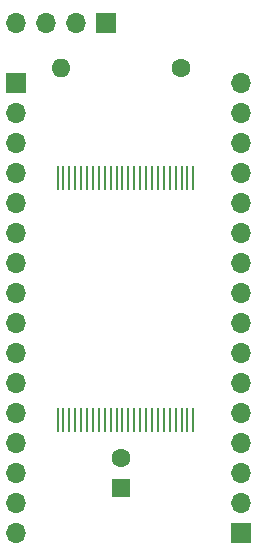
<source format=gbr>
%TF.GenerationSoftware,KiCad,Pcbnew,(5.1.7)-1*%
%TF.CreationDate,2022-07-02T23:21:54-03:00*%
%TF.ProjectId,ROMboard,524f4d62-6f61-4726-942e-6b696361645f,rev?*%
%TF.SameCoordinates,Original*%
%TF.FileFunction,Soldermask,Top*%
%TF.FilePolarity,Negative*%
%FSLAX46Y46*%
G04 Gerber Fmt 4.6, Leading zero omitted, Abs format (unit mm)*
G04 Created by KiCad (PCBNEW (5.1.7)-1) date 2022-07-02 23:21:54*
%MOMM*%
%LPD*%
G01*
G04 APERTURE LIST*
%ADD10C,1.600000*%
%ADD11R,1.600000X1.600000*%
%ADD12R,0.250000X2.100000*%
%ADD13O,1.600000X1.600000*%
%ADD14O,1.700000X1.700000*%
%ADD15R,1.700000X1.700000*%
G04 APERTURE END LIST*
D10*
%TO.C,C1*%
X39370000Y-87670000D03*
D11*
X39370000Y-90170000D03*
%TD*%
D12*
%TO.C,U1*%
X45480000Y-84470000D03*
X44980000Y-84470000D03*
X44480000Y-84470000D03*
X43980000Y-84470000D03*
X43480000Y-84470000D03*
X42980000Y-84470000D03*
X42480000Y-84470000D03*
X41980000Y-84470000D03*
X41480000Y-84470000D03*
X40980000Y-84470000D03*
X40480000Y-84470000D03*
X39980000Y-84470000D03*
X39480000Y-84470000D03*
X38980000Y-84470000D03*
X38480000Y-84470000D03*
X37980000Y-84470000D03*
X37480000Y-84470000D03*
X36980000Y-84470000D03*
X36480000Y-84470000D03*
X35980000Y-84470000D03*
X35480000Y-84470000D03*
X34980000Y-84470000D03*
X34480000Y-84470000D03*
X33980000Y-63970000D03*
X34480000Y-63970000D03*
X34980000Y-63970000D03*
X35480000Y-63970000D03*
X35980000Y-63970000D03*
X36480000Y-63970000D03*
X36980000Y-63970000D03*
X37480000Y-63970000D03*
X37980000Y-63970000D03*
X38480000Y-63970000D03*
X38980000Y-63970000D03*
X39480000Y-63970000D03*
X39980000Y-63970000D03*
X40480000Y-63970000D03*
X40980000Y-63970000D03*
X41480000Y-63970000D03*
X41980000Y-63970000D03*
X42480000Y-63970000D03*
X42980000Y-63970000D03*
X43480000Y-63970000D03*
X43980000Y-63970000D03*
X44480000Y-63970000D03*
X44980000Y-63970000D03*
X33980000Y-84470000D03*
X45480000Y-63970000D03*
%TD*%
D13*
%TO.C,R1*%
X34290000Y-54610000D03*
D10*
X44450000Y-54610000D03*
%TD*%
D14*
%TO.C,J2*%
X30480000Y-50800000D03*
X33020000Y-50800000D03*
X35560000Y-50800000D03*
D15*
X38100000Y-50800000D03*
%TD*%
D14*
%TO.C,J1*%
X49530000Y-55880000D03*
X49530000Y-58420000D03*
X49530000Y-60960000D03*
X49530000Y-63500000D03*
X49530000Y-66040000D03*
X49530000Y-68580000D03*
X49530000Y-71120000D03*
X49530000Y-73660000D03*
X49530000Y-76200000D03*
X49530000Y-78740000D03*
X49530000Y-81280000D03*
X49530000Y-83820000D03*
X49530000Y-86360000D03*
X49530000Y-88900000D03*
X49530000Y-91440000D03*
D15*
X49530000Y-93980000D03*
%TD*%
D14*
%TO.C,J0*%
X30480000Y-93980000D03*
X30480000Y-91440000D03*
X30480000Y-88900000D03*
X30480000Y-86360000D03*
X30480000Y-83820000D03*
X30480000Y-81280000D03*
X30480000Y-78740000D03*
X30480000Y-76200000D03*
X30480000Y-73660000D03*
X30480000Y-71120000D03*
X30480000Y-68580000D03*
X30480000Y-66040000D03*
X30480000Y-63500000D03*
X30480000Y-60960000D03*
X30480000Y-58420000D03*
D15*
X30480000Y-55880000D03*
%TD*%
M02*

</source>
